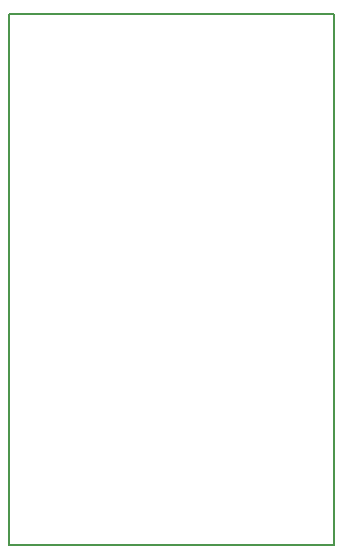
<source format=gbr>
G04 PROTEUS RS274X GERBER FILE*
%FSLAX45Y45*%
%MOMM*%
G01*
%ADD10C,0.203200*%
D10*
X-1250000Y+4500000D02*
X-2000000Y+4500000D01*
X-2250000Y+4500000D01*
X-1250000Y+4500000D02*
X-250000Y+4500000D01*
X+0Y+0D02*
X+0Y+4500000D01*
X-1250000Y+0D02*
X-250000Y+0D01*
X-1250000Y+0D02*
X-2250000Y+0D01*
X-2750000Y+0D02*
X-2750000Y+4500000D01*
X-2500000Y+4500000D02*
X-2250000Y+4500000D01*
X-2500000Y+0D02*
X-2250000Y+0D01*
X-2500000Y+4500000D02*
X-2750000Y+4500000D01*
X-250000Y+4500000D02*
X+0Y+4500000D01*
X+0Y+0D02*
X-250000Y+0D01*
X-2750000Y+0D02*
X-2500000Y+0D01*
M02*

</source>
